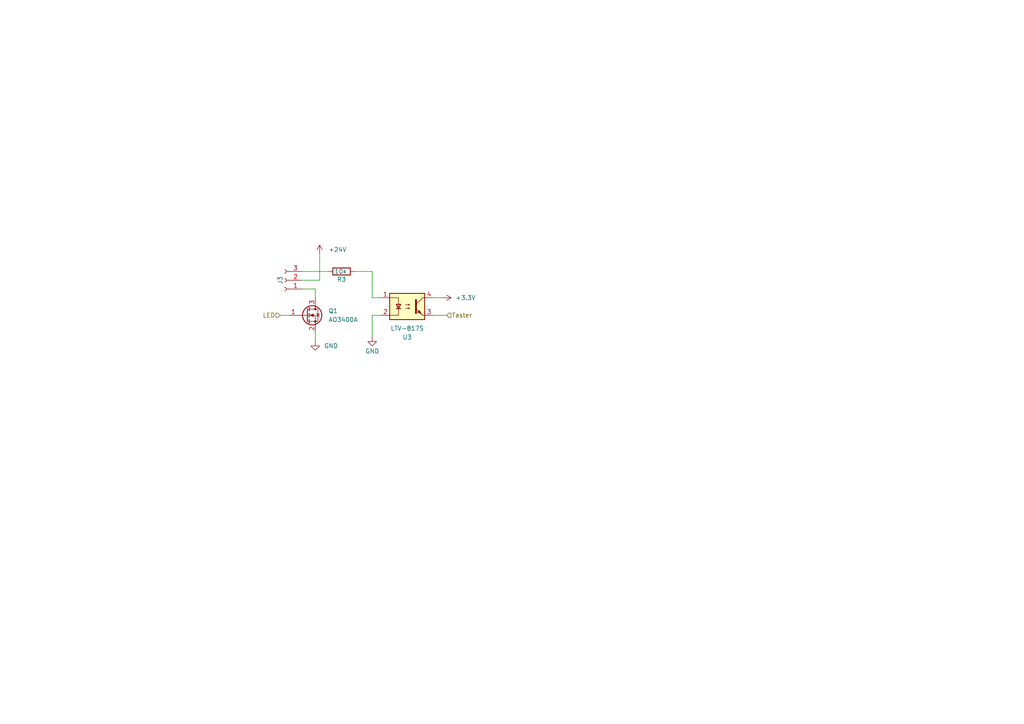
<source format=kicad_sch>
(kicad_sch (version 20231120) (generator "eeschema") (generator_version "8.0")
  (paper "A4")
  (lib_symbols
    (symbol "Connector:Conn_01x03_Socket" (pin_names (offset 1.016) hide)
      (property "Reference" "J" (at 0 5.08 0))
      (property "Value" "Conn_01x03_Socket" (at 0 -5.08 0))
      (symbol "Conn_01x03_Socket_1_1"
        (arc (start 0 -2.032) (mid -0.5058 -2.54) (end 0 -3.048) (stroke (width 0.1524)))
        (polyline (pts (xy -1.27 -2.54) (xy -0.508 -2.54)) (stroke (width 0.1524)))
        (polyline (pts (xy -1.27 0) (xy -0.508 0)) (stroke (width 0.1524)))
        (polyline (pts (xy -1.27 2.54) (xy -0.508 2.54)) (stroke (width 0.1524)))
        (arc (start 0 0.508) (mid -0.5058 0) (end 0 -0.508) (stroke (width 0.1524)))
        (arc (start 0 3.048) (mid -0.5058 2.54) (end 0 2.032) (stroke (width 0.1524)))
        (pin passive line (at -5.08 2.54 0) (length 3.81) (name "Pin_1") (number "1"))
        (pin passive line (at -5.08 0 0) (length 3.81) (name "Pin_2") (number "2"))
        (pin passive line (at -5.08 -2.54 0) (length 3.81) (name "Pin_3") (number "3"))
      )
    )
    (symbol "Device:R" (pin_numbers hide) (pin_names (offset 0))
      (property "Reference" "R" (at 2.032 0 90))
      (property "Value" "R" (at 0 0 90))
      (symbol "R_0_1"
        (rectangle (start -1.016 -2.54) (end 1.016 2.54) (stroke (width 0.254)))
      )
      (symbol "R_1_1"
        (pin passive line (at 0 3.81 270) (length 1.27) (name "~") (number "1"))
        (pin passive line (at 0 -3.81 90) (length 1.27) (name "~") (number "2"))
      )
    )
    (symbol "Isolator:LTV-817S" (pin_names (offset 1.016))
      (property "Reference" "U" (at -3.81 5.08 0))
      (property "Value" "LTV-817S" (at 0 -5.08 0))
      (symbol "LTV-817S_1_1"
        (rectangle (start -5.08 3.81) (end 5.08 -3.81) (stroke (width 0.254)) (fill (type background)))
        (polyline (pts (xy -3.175 -0.635) (xy -1.905 -0.635)) (stroke (width 0.254)))
        (polyline (pts (xy 2.54 0.635) (xy 4.445 2.54)))
        (polyline (pts (xy 4.445 -2.54) (xy 2.54 -0.635)) (fill (type outline)))
        (polyline (pts (xy 4.445 -2.54) (xy 5.08 -2.54)))
        (polyline (pts (xy 4.445 2.54) (xy 5.08 2.54)))
        (polyline (pts (xy -5.08 2.54) (xy -2.54 2.54) (xy -2.54 -0.762)))
        (polyline (pts (xy -2.54 -0.635) (xy -2.54 -2.54) (xy -5.08 -2.54)))
        (polyline (pts (xy 2.54 1.905) (xy 2.54 -1.905) (xy 2.54 -1.905)) (stroke (width 0.508)))
        (polyline (pts (xy -2.54 -0.635) (xy -3.175 0.635) (xy -1.905 0.635) (xy -2.54 -0.635)) (stroke (width 0.254)))
        (polyline (pts (xy -0.508 -0.508) (xy 0.762 -0.508) (xy 0.381 -0.635) (xy 0.381 -0.381) (xy 0.762 -0.508)))
        (polyline (pts (xy -0.508 0.508) (xy 0.762 0.508) (xy 0.381 0.381) (xy 0.381 0.635) (xy 0.762 0.508)))
        (polyline (pts (xy 3.048 -1.651) (xy 3.556 -1.143) (xy 4.064 -2.159) (xy 3.048 -1.651) (xy 3.048 -1.651)) (fill (type outline)))
        (pin passive line (at -7.62 2.54 0) (length 2.54) (name "~") (number "1"))
        (pin passive line (at -7.62 -2.54 0) (length 2.54) (name "~") (number "2"))
        (pin passive line (at 7.62 -2.54 180) (length 2.54) (name "~") (number "3"))
        (pin passive line (at 7.62 2.54 180) (length 2.54) (name "~") (number "4"))
      )
    )
    (symbol "Transistor_FET:AO3400A" (pin_names hide)
      (property "Reference" "Q" (at 5.08 1.905 0))
      (property "Value" "AO3400A" (at 5.08 0 0))
      (symbol "AO3400A_0_1"
        (polyline (pts (xy 0.254 0) (xy -2.54 0)))
        (polyline (pts (xy 0.254 1.905) (xy 0.254 -1.905)) (stroke (width 0.254)))
        (polyline (pts (xy 0.762 -1.27) (xy 0.762 -2.286)) (stroke (width 0.254)))
        (polyline (pts (xy 0.762 0.508) (xy 0.762 -0.508)) (stroke (width 0.254)))
        (polyline (pts (xy 0.762 2.286) (xy 0.762 1.27)) (stroke (width 0.254)))
        (polyline (pts (xy 2.54 2.54) (xy 2.54 1.778)))
        (polyline (pts (xy 2.54 -2.54) (xy 2.54 0) (xy 0.762 0)))
        (polyline (pts (xy 0.762 -1.778) (xy 3.302 -1.778) (xy 3.302 1.778) (xy 0.762 1.778)))
        (polyline (pts (xy 1.016 0) (xy 2.032 0.381) (xy 2.032 -0.381) (xy 1.016 0)) (fill (type outline)))
        (polyline (pts (xy 2.794 0.508) (xy 2.921 0.381) (xy 3.683 0.381) (xy 3.81 0.254)))
        (polyline (pts (xy 3.302 0.381) (xy 2.921 -0.254) (xy 3.683 -0.254) (xy 3.302 0.381)))
        (circle (center 1.651 0) (radius 2.794) (stroke (width 0.254)))
        (circle (center 2.54 -1.778) (radius 0.254) (fill (type outline)))
        (circle (center 2.54 1.778) (radius 0.254) (fill (type outline)))
      )
      (symbol "AO3400A_1_1"
        (pin input line (at -5.08 0 0) (length 2.54) (name "G") (number "1"))
        (pin passive line (at 2.54 -5.08 90) (length 2.54) (name "S") (number "2"))
        (pin passive line (at 2.54 5.08 270) (length 2.54) (name "D") (number "3"))
      )
    )
    (symbol "power:+24V" (power) (pin_numbers hide) (pin_names (offset 0) hide)
      (property "Value" "+24V" (at 0 3.556 0))
      (symbol "+24V_0_1"
        (polyline (pts (xy -0.762 1.27) (xy 0 2.54)))
        (polyline (pts (xy 0 0) (xy 0 2.54)))
        (polyline (pts (xy 0 2.54) (xy 0.762 1.27)))
      )
      (symbol "+24V_1_1"
        (pin power_in line (at 0 0 90) (length 0) (name "~") (number "1"))
      )
    )
    (symbol "power:+3.3V" (power) (pin_numbers hide) (pin_names (offset 0) hide)
      (property "Value" "+3.3V" (at 0 3.556 0))
      (symbol "+3.3V_0_1"
        (polyline (pts (xy -0.762 1.27) (xy 0 2.54)))
        (polyline (pts (xy 0 0) (xy 0 2.54)))
        (polyline (pts (xy 0 2.54) (xy 0.762 1.27)))
      )
      (symbol "+3.3V_1_1"
        (pin power_in line (at 0 0 90) (length 0) (name "~") (number "1"))
      )
    )
    (symbol "power:GND" (power) (pin_numbers hide) (pin_names (offset 0) hide)
      (property "Value" "GND" (at 0 -3.81 0))
      (symbol "GND_0_1"
        (polyline (pts (xy 0 0) (xy 0 -1.27) (xy 1.27 -1.27) (xy 0 -2.54) (xy -1.27 -1.27) (xy 0 -1.27)))
      )
      (symbol "GND_1_1"
        (pin power_in line (at 0 0 270) (length 0) (name "~") (number "1"))
      )
    )
  )
  (wire (pts (xy 91.44 86.36) (xy 91.44 83.82)))
  (wire (pts (xy 129.54 91.44) (xy 125.73 91.44)))
  (wire (pts (xy 91.44 83.82) (xy 87.63 83.82)))
  (wire (pts (xy 83.82 91.44) (xy 81.28 91.44)))
  (wire (pts (xy 107.95 78.74) (xy 102.87 78.74)))
  (wire (pts (xy 91.44 99.06) (xy 91.44 96.52)))
  (wire (pts (xy 107.95 91.44) (xy 107.95 97.79)))
  (wire (pts (xy 128.27 86.36) (xy 125.73 86.36)))
  (wire (pts (xy 92.71 81.28) (xy 87.63 81.28)))
  (wire (pts (xy 107.95 86.36) (xy 107.95 78.74)))
  (wire (pts (xy 95.25 78.74) (xy 87.63 78.74)))
  (wire (pts (xy 110.49 86.36) (xy 107.95 86.36)))
  (wire (pts (xy 110.49 91.44) (xy 107.95 91.44)))
  (wire (pts (xy 92.71 73.66) (xy 92.71 81.28)))
  (hierarchical_label "LED" (shape input) (at 81.28 91.44 180))
  (hierarchical_label "Taster" (shape input) (at 129.54 91.44 0))
  (symbol (lib_id "power:+24V") (at 92.71 73.66 0) (mirror y) (unit 1)
    (property "Reference" "#PWR029" (effects (hide yes)))
    (property "Value" "+24V" (at 95.25 72.3899 0) (effects (justify right)))
    (property "Description" "Power symbol creates a global label with name \"+24V\"" (effects (hide yes)))
    (instances (project "Buzzer Box" (path "" (reference "#PWR029") (unit 1)) (path "" (reference "#PWR034") (unit 1)) (path "" (reference "#PWR038") (unit 1)) (path "" (reference "#PWR042") (unit 1)) (path "" (reference "#PWR046") (unit 1)) (path "" (reference "#PWR050") (unit 1)) (path "" (reference "#PWR054") (unit 1)) (path "" (reference "#PWR058") (unit 1))))
  )
  (symbol (lib_id "Transistor_FET:AO3400A") (at 88.9 91.44 0) (unit 1)
    (property "Reference" "Q1" (at 95.25 90.1699 0) (effects (justify left)))
    (property "Value" "AO3400A" (at 95.25 92.7099 0) (effects (justify left)))
    (property "Footprint" "Package_TO_SOT_SMD:SOT-23" (effects (hide yes)))
    (property "Datasheet" "http://www.aosmd.com/pdfs/datasheet/AO3400A.pdf" (effects (hide yes)))
    (property "Description" "30V Vds, 5.7A Id, N-Channel MOSFET, SOT-23" (effects (hide yes)))
    (instances (project "Buzzer Box" (path "" (reference "Q1") (unit 1)) (path "" (reference "Q2") (unit 1)) (path "" (reference "Q3") (unit 1)) (path "" (reference "Q4") (unit 1)) (path "" (reference "Q5") (unit 1)) (path "" (reference "Q6") (unit 1)) (path "" (reference "Q7") (unit 1)) (path "" (reference "Q8") (unit 1))))
  )
  (symbol (lib_id "power:+3.3V") (at 128.27 86.36 270) (mirror x) (unit 1)
    (property "Reference" "#PWR026" (effects (hide yes)))
    (property "Value" "+3.3V" (at 132.08 86.3599 90) (effects (justify left)))
    (property "Description" "Power symbol creates a global label with name \"+3.3V\"" (effects (hide yes)))
    (instances (project "Buzzer Box" (path "" (reference "#PWR026") (unit 1)) (path "" (reference "#PWR031") (unit 1)) (path "" (reference "#PWR035") (unit 1)) (path "" (reference "#PWR039") (unit 1)) (path "" (reference "#PWR043") (unit 1)) (path "" (reference "#PWR047") (unit 1)) (path "" (reference "#PWR051") (unit 1)) (path "" (reference "#PWR055") (unit 1))))
  )
  (symbol (lib_id "power:GND") (at 107.95 97.79 0) (mirror y) (unit 1)
    (property "Reference" "#PWR028" (effects (hide yes)))
    (property "Value" "GND" (at 105.918 101.854 0) (effects (justify right)))
    (property "Description" "Power symbol creates a global label with name \"GND\" , ground" (effects (hide yes)))
    (instances (project "Buzzer Box" (path "" (reference "#PWR028") (unit 1)) (path "" (reference "#PWR033") (unit 1)) (path "" (reference "#PWR037") (unit 1)) (path "" (reference "#PWR041") (unit 1)) (path "" (reference "#PWR045") (unit 1)) (path "" (reference "#PWR049") (unit 1)) (path "" (reference "#PWR053") (unit 1)) (path "" (reference "#PWR057") (unit 1))))
  )
  (symbol (lib_id "Device:R") (at 99.06 78.74 90) (mirror x) (unit 1)
    (property "Reference" "R3" (at 99.06 81.026 90))
    (property "Value" "10k" (at 98.806 78.74 90))
    (property "Footprint" "Resistor_SMD:R_0805_2012Metric" (effects (hide yes)))
    (property "Description" "Resistor" (effects (hide yes)))
    (instances (project "Buzzer Box" (path "" (reference "R3") (unit 1)) (path "" (reference "R4") (unit 1)) (path "" (reference "R5") (unit 1)) (path "" (reference "R6") (unit 1)) (path "" (reference "R7") (unit 1)) (path "" (reference "R8") (unit 1)) (path "" (reference "R9") (unit 1)) (path "" (reference "R10") (unit 1))))
  )
  (symbol (lib_id "Connector:Conn_01x03_Socket") (at 82.55 81.28 180) (unit 1)
    (property "Reference" "J3" (at 81.28 81.28 90))
    (property "Value" "Conn_01x03_Socket" (effects (hide yes)))
    (property "Footprint" "Connector_JST:JST_XH_B3B-XH-AM_1x03_P2.50mm_Vertical" (effects (hide yes)))
    (property "Description" "Generic connector, single row, 01x03, script generated" (effects (hide yes)))
    (instances (project "Buzzer Box" (path "" (reference "J3") (unit 1)) (path "" (reference "J2") (unit 1)) (path "" (reference "J4") (unit 1)) (path "" (reference "J5") (unit 1)) (path "" (reference "J7") (unit 1)) (path "" (reference "J8") (unit 1)) (path "" (reference "J9") (unit 1)) (path "" (reference "J10") (unit 1))))
  )
  (symbol (lib_id "Isolator:LTV-817S") (at 118.11 88.9 0) (unit 1)
    (property "Reference" "U3" (at 118.11 97.79 0))
    (property "Value" "LTV-817S" (at 118.11 95.25 0))
    (property "Footprint" "Package_DIP:SMDIP-4_W9.53mm" (effects (hide yes)))
    (property "Datasheet" "http://www.us.liteon.com/downloads/LTV-817-827-847.PDF" (effects (hide yes)))
    (property "Description" "DC Optocoupler, Vce 35V, CTR 50%, SMDIP-4" (effects (hide yes)))
    (instances (project "Buzzer Box" (path "" (reference "U3") (unit 1)) (path "" (reference "U1") (unit 1)) (path "" (reference "U4") (unit 1)) (path "" (reference "U5") (unit 1)) (path "" (reference "U6") (unit 1)) (path "" (reference "U7") (unit 1)) (path "" (reference "U8") (unit 1)) (path "" (reference "U9") (unit 1))))
  )
  (symbol (lib_id "power:GND") (at 91.44 99.06 0) (unit 1)
    (property "Reference" "#PWR027" (effects (hide yes)))
    (property "Value" "GND" (at 93.98 100.3299 0) (effects (justify left)))
    (property "Description" "Power symbol creates a global label with name \"GND\" , ground" (effects (hide yes)))
    (instances (project "Buzzer Box" (path "" (reference "#PWR027") (unit 1)) (path "" (reference "#PWR032") (unit 1)) (path "" (reference "#PWR036") (unit 1)) (path "" (reference "#PWR040") (unit 1)) (path "" (reference "#PWR044") (unit 1)) (path "" (reference "#PWR048") (unit 1)) (path "" (reference "#PWR052") (unit 1)) (path "" (reference "#PWR056") (unit 1))))
  )
)
</source>
